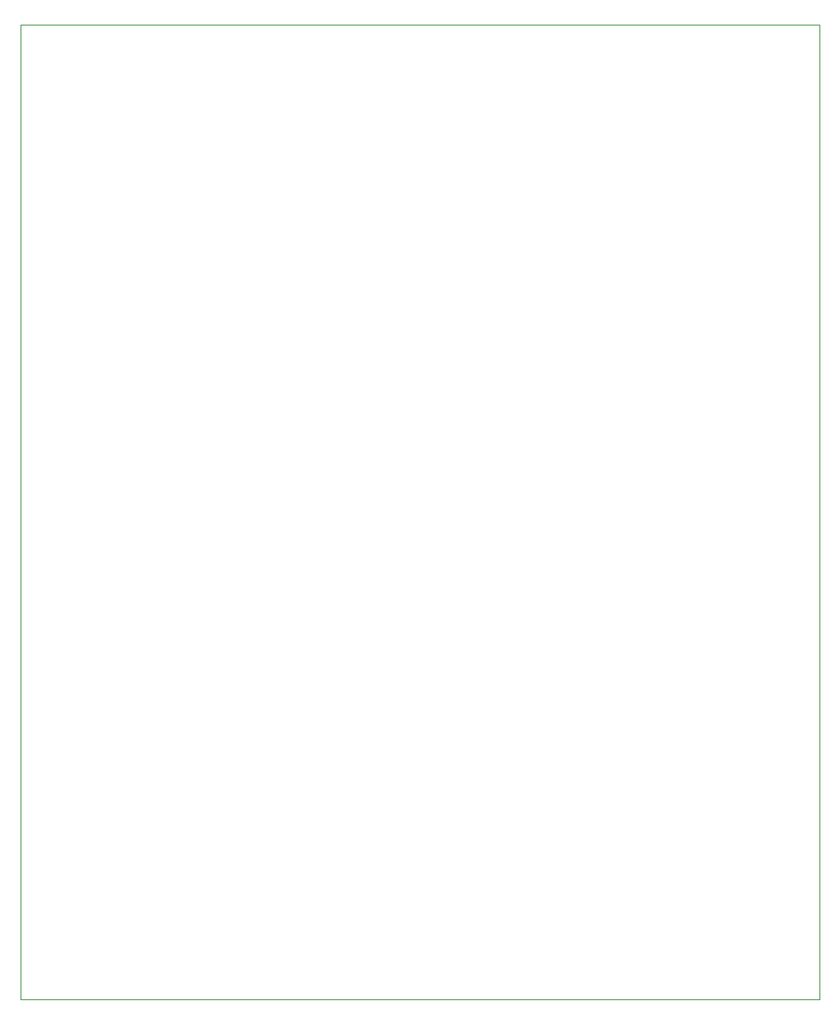
<source format=gm1>
G04 #@! TF.GenerationSoftware,KiCad,Pcbnew,7.0.7*
G04 #@! TF.CreationDate,2024-06-09T16:00:22+02:00*
G04 #@! TF.ProjectId,Audio Amplifier,41756469-6f20-4416-9d70-6c6966696572,rev?*
G04 #@! TF.SameCoordinates,Original*
G04 #@! TF.FileFunction,Profile,NP*
%FSLAX46Y46*%
G04 Gerber Fmt 4.6, Leading zero omitted, Abs format (unit mm)*
G04 Created by KiCad (PCBNEW 7.0.7) date 2024-06-09 16:00:22*
%MOMM*%
%LPD*%
G01*
G04 APERTURE LIST*
G04 #@! TA.AperFunction,Profile*
%ADD10C,0.100000*%
G04 #@! TD*
G04 APERTURE END LIST*
D10*
X101762500Y-53162755D02*
X184058500Y-53162755D01*
X184058500Y-153492755D01*
X101762500Y-153492755D01*
X101762500Y-53162755D01*
M02*

</source>
